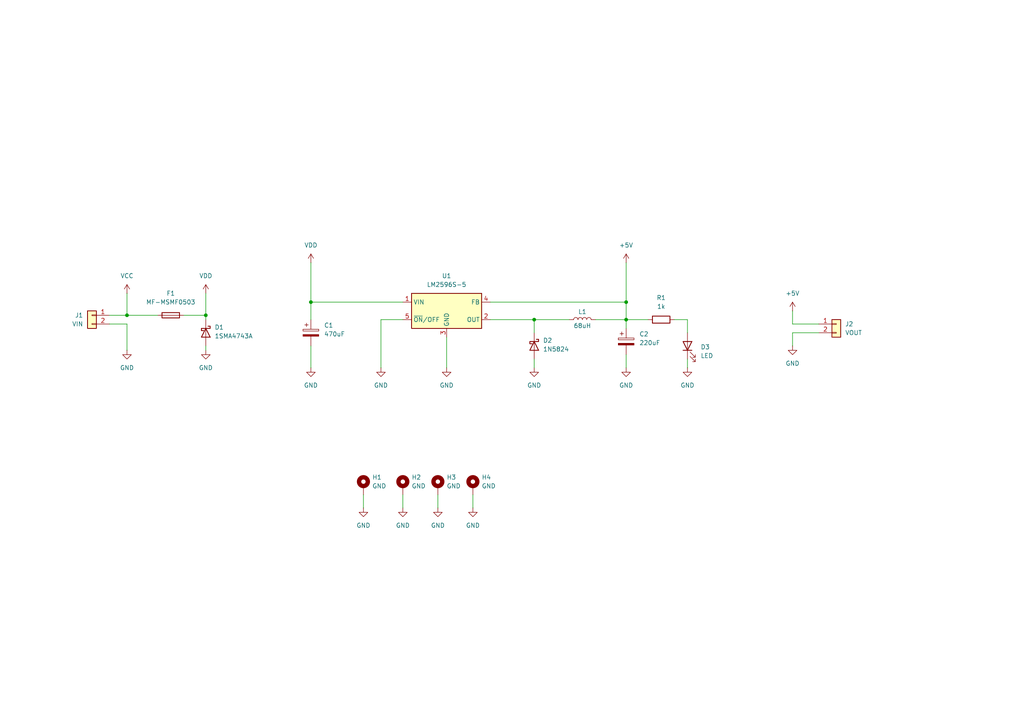
<source format=kicad_sch>
(kicad_sch (version 20250114) (generator "eeschema") (generator_version "9.0")
  (paper "A4")
  (lib_symbols
    (symbol "Connector_Generic:Conn_01x02" (pin_names (offset 1.016) (hide yes))
      (property "Reference" "J" (at 0 2.54 0))
      (property "Value" "Conn_01x02" (at 0 -5.08 0))
      (symbol "Conn_01x02_1_1"
        (rectangle (start -1.27 1.27) (end 1.27 -3.81) (stroke (width 0.254)) (fill (type background)))
        (rectangle (start -1.27 0.127) (end 0 -0.127) (stroke (width 0.1524)))
        (rectangle (start -1.27 -2.413) (end 0 -2.667) (stroke (width 0.1524)))
        (pin passive line (at -5.08 0 0) (length 3.81) (name "Pin_1") (number "1"))
        (pin passive line (at -5.08 -2.54 0) (length 3.81) (name "Pin_2") (number "2"))
      )
    )
    (symbol "Device:C_Polarized" (pin_numbers (hide yes)) (pin_names (offset 0.254))
      (property "Reference" "C" (at 0.635 2.54 0))
      (property "Value" "C_Polarized" (at 0.635 -2.54 0))
      (symbol "C_Polarized_0_1"
        (rectangle (start -2.286 0.508) (end 2.286 1.016))
        (polyline (pts (xy -1.778 2.286) (xy -0.762 2.286)))
        (polyline (pts (xy -1.27 2.794) (xy -1.27 1.778)))
        (rectangle (start 2.286 -0.508) (end -2.286 -1.016) (fill (type outline)))
      )
      (symbol "C_Polarized_1_1"
        (pin passive line (at 0 3.81 270) (length 2.794) (name "~") (number "1"))
        (pin passive line (at 0 -3.81 90) (length 2.794) (name "~") (number "2"))
      )
    )
    (symbol "Device:D_Schottky" (pin_numbers (hide yes)) (pin_names (offset 1.016) (hide yes))
      (property "Reference" "D" (at 0 2.54 0))
      (property "Value" "D_Schottky" (at 0 -2.54 0))
      (symbol "D_Schottky_0_1"
        (polyline (pts (xy -1.905 0.635) (xy -1.905 1.27) (xy -1.27 1.27) (xy -1.27 -1.27) (xy -0.635 -1.27) (xy -0.635 -0.635)) (stroke (width 0.254)))
        (polyline (pts (xy 1.27 1.27) (xy 1.27 -1.27) (xy -1.27 0) (xy 1.27 1.27)) (stroke (width 0.254)))
        (polyline (pts (xy 1.27 0) (xy -1.27 0)))
      )
      (symbol "D_Schottky_1_1"
        (pin passive line (at -3.81 0 0) (length 2.54) (name "K") (number "1"))
        (pin passive line (at 3.81 0 180) (length 2.54) (name "A") (number "2"))
      )
    )
    (symbol "Device:Fuse" (pin_numbers (hide yes)) (pin_names (offset 0))
      (property "Reference" "F" (at 2.032 0 90))
      (property "Value" "Fuse" (at -1.905 0 90))
      (symbol "Fuse_0_1"
        (rectangle (start -0.762 -2.54) (end 0.762 2.54) (stroke (width 0.254)))
        (polyline (pts (xy 0 2.54) (xy 0 -2.54)))
      )
      (symbol "Fuse_1_1"
        (pin passive line (at 0 3.81 270) (length 1.27) (name "~") (number "1"))
        (pin passive line (at 0 -3.81 90) (length 1.27) (name "~") (number "2"))
      )
    )
    (symbol "Device:L" (pin_numbers (hide yes)) (pin_names (offset 1.016) (hide yes))
      (property "Reference" "L" (at -1.27 0 90))
      (property "Value" "L" (at 1.905 0 90))
      (symbol "L_0_1"
        (arc (start 0 2.54) (mid 0.6323 1.905) (end 0 1.27))
        (arc (start 0 1.27) (mid 0.6323 0.635) (end 0 0))
        (arc (start 0 0) (mid 0.6323 -0.635) (end 0 -1.27))
        (arc (start 0 -1.27) (mid 0.6323 -1.905) (end 0 -2.54))
      )
      (symbol "L_1_1"
        (pin passive line (at 0 3.81 270) (length 1.27) (name "1") (number "1"))
        (pin passive line (at 0 -3.81 90) (length 1.27) (name "2") (number "2"))
      )
    )
    (symbol "Device:LED" (pin_numbers (hide yes)) (pin_names (offset 1.016) (hide yes))
      (property "Reference" "D" (at 0 2.54 0))
      (property "Value" "LED" (at 0 -2.54 0))
      (symbol "LED_0_1"
        (polyline (pts (xy -3.048 -0.762) (xy -4.572 -2.286) (xy -3.81 -2.286) (xy -4.572 -2.286) (xy -4.572 -1.524)))
        (polyline (pts (xy -1.778 -0.762) (xy -3.302 -2.286) (xy -2.54 -2.286) (xy -3.302 -2.286) (xy -3.302 -1.524)))
        (polyline (pts (xy -1.27 0) (xy 1.27 0)))
        (polyline (pts (xy -1.27 -1.27) (xy -1.27 1.27)) (stroke (width 0.254)))
        (polyline (pts (xy 1.27 -1.27) (xy 1.27 1.27) (xy -1.27 0) (xy 1.27 -1.27)) (stroke (width 0.254)))
      )
      (symbol "LED_1_1"
        (pin passive line (at -3.81 0 0) (length 2.54) (name "K") (number "1"))
        (pin passive line (at 3.81 0 180) (length 2.54) (name "A") (number "2"))
      )
    )
    (symbol "Device:R" (pin_numbers (hide yes)) (pin_names (offset 0))
      (property "Reference" "R" (at 2.032 0 90))
      (property "Value" "R" (at 0 0 90))
      (symbol "R_0_1"
        (rectangle (start -1.016 -2.54) (end 1.016 2.54) (stroke (width 0.254)))
      )
      (symbol "R_1_1"
        (pin passive line (at 0 3.81 270) (length 1.27) (name "~") (number "1"))
        (pin passive line (at 0 -3.81 90) (length 1.27) (name "~") (number "2"))
      )
    )
    (symbol "Mechanical:MountingHole_Pad" (pin_numbers (hide yes)) (pin_names (offset 1.016) (hide yes)) (in_bom no)
      (property "Reference" "H" (at 0 6.35 0))
      (property "Value" "MountingHole_Pad" (at 0 4.445 0))
      (symbol "MountingHole_Pad_0_1"
        (circle (center 0 1.27) (radius 1.27) (stroke (width 1.27)))
      )
      (symbol "MountingHole_Pad_1_1"
        (pin input line (at 0 -2.54 90) (length 2.54) (name "1") (number "1"))
      )
    )
    (symbol "Regulator_Switching:LM2596S-5"
      (property "Reference" "U" (at -10.16 6.35 0))
      (property "Value" "LM2596S-5" (at 0 6.35 0))
      (symbol "LM2596S-5_0_1"
        (rectangle (start -10.16 5.08) (end 10.16 -5.08) (stroke (width 0.254)) (fill (type background)))
      )
      (symbol "LM2596S-5_1_1"
        (pin power_in line (at -12.7 2.54 0) (length 2.54) (name "VIN") (number "1"))
        (pin input line (at -12.7 -2.54 0) (length 2.54) (name "~{ON}/OFF") (number "5"))
        (pin power_in line (at 0 -7.62 90) (length 2.54) (name "GND") (number "3"))
        (pin input line (at 12.7 2.54 180) (length 2.54) (name "FB") (number "4"))
        (pin output line (at 12.7 -2.54 180) (length 2.54) (name "OUT") (number "2"))
      )
    )
    (symbol "power:GND" (power) (pin_numbers (hide yes)) (pin_names (offset 0) (hide yes))
      (property "Value" "GND" (at 0 -3.81 0))
      (symbol "GND_0_1"
        (polyline (pts (xy 0 0) (xy 0 -1.27) (xy 1.27 -1.27) (xy 0 -2.54) (xy -1.27 -1.27) (xy 0 -1.27)))
      )
      (symbol "GND_1_1"
        (pin power_in line (at 0 0 270) (length 0) (name "~") (number "1"))
      )
    )
    (symbol "power:VCC" (power) (pin_numbers (hide yes)) (pin_names (offset 0) (hide yes))
      (property "Value" "VCC" (at 0 3.556 0))
      (symbol "VCC_0_1"
        (polyline (pts (xy -0.762 1.27) (xy 0 2.54)))
        (polyline (pts (xy 0 2.54) (xy 0.762 1.27)))
        (polyline (pts (xy 0 0) (xy 0 2.54)))
      )
      (symbol "VCC_1_1"
        (pin power_in line (at 0 0 90) (length 0) (name "~") (number "1"))
      )
    )
  )
  (junction (at 59.69 91.44))
  (junction (at 154.94 92.71))
  (junction (at 181.61 92.71))
  (junction (at 181.61 87.63))
  (junction (at 36.83 91.44))
  (junction (at 90.17 87.63))
  (wire (pts (xy 181.61 87.63) (xy 181.61 92.71)))
  (wire (pts (xy 181.61 92.71) (xy 172.72 92.71)))
  (wire (pts (xy 110.49 92.71) (xy 110.49 106.68)))
  (wire (pts (xy 59.69 91.44) (xy 53.34 91.44)))
  (wire (pts (xy 116.84 87.63) (xy 90.17 87.63)))
  (wire (pts (xy 142.24 92.71) (xy 154.94 92.71)))
  (wire (pts (xy 36.83 93.98) (xy 31.75 93.98)))
  (wire (pts (xy 116.84 147.32) (xy 116.84 143.51)))
  (wire (pts (xy 199.39 106.68) (xy 199.39 104.14)))
  (wire (pts (xy 237.49 93.98) (xy 229.87 93.98)))
  (wire (pts (xy 154.94 106.68) (xy 154.94 104.14)))
  (wire (pts (xy 154.94 92.71) (xy 154.94 96.52)))
  (wire (pts (xy 181.61 92.71) (xy 187.96 92.71)))
  (wire (pts (xy 142.24 87.63) (xy 181.61 87.63)))
  (wire (pts (xy 45.72 91.44) (xy 36.83 91.44)))
  (wire (pts (xy 36.83 91.44) (xy 36.83 85.09)))
  (wire (pts (xy 229.87 93.98) (xy 229.87 90.17)))
  (wire (pts (xy 165.1 92.71) (xy 154.94 92.71)))
  (wire (pts (xy 127 147.32) (xy 127 143.51)))
  (wire (pts (xy 90.17 76.2) (xy 90.17 87.63)))
  (wire (pts (xy 181.61 106.68) (xy 181.61 102.87)))
  (wire (pts (xy 195.58 92.71) (xy 199.39 92.71)))
  (wire (pts (xy 129.54 106.68) (xy 129.54 97.79)))
  (wire (pts (xy 59.69 92.71) (xy 59.69 91.44)))
  (wire (pts (xy 36.83 101.6) (xy 36.83 93.98)))
  (wire (pts (xy 105.41 147.32) (xy 105.41 143.51)))
  (wire (pts (xy 181.61 76.2) (xy 181.61 87.63)))
  (wire (pts (xy 31.75 91.44) (xy 36.83 91.44)))
  (wire (pts (xy 90.17 87.63) (xy 90.17 92.71)))
  (wire (pts (xy 59.69 101.6) (xy 59.69 100.33)))
  (wire (pts (xy 116.84 92.71) (xy 110.49 92.71)))
  (wire (pts (xy 229.87 96.52) (xy 237.49 96.52)))
  (wire (pts (xy 229.87 100.33) (xy 229.87 96.52)))
  (wire (pts (xy 181.61 92.71) (xy 181.61 95.25)))
  (wire (pts (xy 199.39 92.71) (xy 199.39 96.52)))
  (wire (pts (xy 90.17 106.68) (xy 90.17 100.33)))
  (wire (pts (xy 137.16 147.32) (xy 137.16 143.51)))
  (wire (pts (xy 59.69 85.09) (xy 59.69 91.44)))
  (symbol (lib_id "Device:D_Schottky") (at 59.69 96.52 270) (unit 1)
    (property "Reference" "D1" (at 62.23 94.9324 90) (effects (justify left)))
    (property "Value" "1SMA4743A" (at 62.23 97.4724 90) (effects (justify left)))
    (property "Footprint" "Diode_SMD:D_SMA" (effects (hide yes)))
    (property "Description" "Schottky diode" (effects (hide yes)))
  )
  (symbol (lib_id "power:GND") (at 129.54 106.68 0) (unit 1)
    (property "Reference" "#PWR011" (effects (hide yes)))
    (property "Value" "GND" (at 129.54 111.76 0))
    (property "Description" "Power symbol creates a global label with name \"GND\" , ground" (effects (hide yes)))
  )
  (symbol (lib_id "power:GND") (at 137.16 147.32 0) (unit 1)
    (property "Reference" "#PWR012" (effects (hide yes)))
    (property "Value" "GND" (at 137.16 152.4 0))
    (property "Description" "Power symbol creates a global label with name \"GND\" , ground" (effects (hide yes)))
  )
  (symbol (lib_id "Mechanical:MountingHole_Pad") (at 116.84 140.97 0) (unit 1) (in_bom no)
    (property "Reference" "H2" (at 119.38 138.4299 0) (effects (justify left)))
    (property "Value" "GND" (at 119.38 140.9699 0) (effects (justify left)))
    (property "Footprint" "MountingHole:MountingHole_2.2mm_M2_Pad_Via" (effects (hide yes)))
    (property "Description" "Mounting Hole with connection" (effects (hide yes)))
  )
  (symbol (lib_id "power:GND") (at 110.49 106.68 0) (unit 1)
    (property "Reference" "#PWR08" (effects (hide yes)))
    (property "Value" "GND" (at 110.49 111.76 0))
    (property "Description" "Power symbol creates a global label with name \"GND\" , ground" (effects (hide yes)))
  )
  (symbol (lib_id "power:GND") (at 127 147.32 0) (unit 1)
    (property "Reference" "#PWR010" (effects (hide yes)))
    (property "Value" "GND" (at 127 152.4 0))
    (property "Description" "Power symbol creates a global label with name \"GND\" , ground" (effects (hide yes)))
  )
  (symbol (lib_id "Mechanical:MountingHole_Pad") (at 105.41 140.97 0) (unit 1) (in_bom no)
    (property "Reference" "H1" (at 107.95 138.4299 0) (effects (justify left)))
    (property "Value" "GND" (at 107.95 140.9699 0) (effects (justify left)))
    (property "Footprint" "MountingHole:MountingHole_2.2mm_M2_Pad_Via" (effects (hide yes)))
    (property "Description" "Mounting Hole with connection" (effects (hide yes)))
  )
  (symbol (lib_id "Regulator_Switching:LM2596S-5") (at 129.54 90.17 0) (unit 1)
    (property "Reference" "U1" (at 129.54 80.01 0))
    (property "Value" "LM2596S-5" (at 129.54 82.55 0))
    (property "Footprint" "Package_TO_SOT_SMD:TO-263-5_TabPin3" (effects (hide yes)))
    (property "Datasheet" "http://www.ti.com/lit/ds/symlink/lm2596.pdf" (effects (hide yes)))
    (property "Description" "5V 3A Step-Down Voltage Regulator, TO-263" (effects (hide yes)))
  )
  (symbol (lib_id "power:VCC") (at 90.17 76.2 0) (mirror y) (unit 1)
    (property "Reference" "#PWR05" (effects (hide yes)))
    (property "Value" "VDD" (at 90.17 71.12 0))
    (property "Description" "Power symbol creates a global label with name \"VCC\"" (effects (hide yes)))
  )
  (symbol (lib_id "Device:LED") (at 199.39 100.33 90) (unit 1)
    (property "Reference" "D3" (at 203.2 100.6474 90) (effects (justify right)))
    (property "Value" "LED" (at 203.2 103.1874 90) (effects (justify right)))
    (property "Footprint" "LED_SMD:LED_0805_2012Metric" (effects (hide yes)))
    (property "Description" "Light emitting diode" (effects (hide yes)))
    (property "Sim.Pins" "1=K 2=A" (effects (hide yes)))
  )
  (symbol (lib_id "power:VCC") (at 36.83 85.09 0) (mirror y) (unit 1)
    (property "Reference" "#PWR01" (effects (hide yes)))
    (property "Value" "VCC" (at 36.83 80.01 0))
    (property "Description" "Power symbol creates a global label with name \"VCC\"" (effects (hide yes)))
  )
  (symbol (lib_id "Device:C_Polarized") (at 181.61 99.06 0) (unit 1)
    (property "Reference" "C2" (at 185.42 96.9009 0) (effects (justify left)))
    (property "Value" "220uF" (at 185.42 99.4409 0) (effects (justify left)))
    (property "Footprint" "Capacitor_SMD:CP_Elec_8x10" (effects (hide yes)))
    (property "Description" "Polarized capacitor" (effects (hide yes)))
  )
  (symbol (lib_id "power:VCC") (at 181.61 76.2 0) (unit 1)
    (property "Reference" "#PWR014" (effects (hide yes)))
    (property "Value" "+5V" (at 181.61 71.12 0))
    (property "Description" "Power symbol creates a global label with name \"VCC\"" (effects (hide yes)))
  )
  (symbol (lib_id "power:GND") (at 199.39 106.68 0) (unit 1)
    (property "Reference" "#PWR016" (effects (hide yes)))
    (property "Value" "GND" (at 199.39 111.76 0))
    (property "Description" "Power symbol creates a global label with name \"GND\" , ground" (effects (hide yes)))
  )
  (symbol (lib_id "power:GND") (at 181.61 106.68 0) (unit 1)
    (property "Reference" "#PWR015" (effects (hide yes)))
    (property "Value" "GND" (at 181.61 111.76 0))
    (property "Description" "Power symbol creates a global label with name \"GND\" , ground" (effects (hide yes)))
  )
  (symbol (lib_id "Device:D_Schottky") (at 154.94 100.33 270) (unit 1)
    (property "Reference" "D2" (at 157.48 98.7424 90) (effects (justify left)))
    (property "Value" "1N5824" (at 157.48 101.2824 90) (effects (justify left)))
    (property "Footprint" "Diode_SMD:D_SMC" (effects (hide yes)))
    (property "Description" "Schottky diode" (effects (hide yes)))
  )
  (symbol (lib_id "Device:L") (at 168.91 92.71 90) (unit 1)
    (property "Reference" "L1" (at 168.91 90.424 90))
    (property "Value" "68uH" (at 168.91 94.488 90))
    (property "Footprint" "Inductor_SMD:L_Sunlord_MWSA1005S" (effects (hide yes)))
    (property "Description" "Inductor" (effects (hide yes)))
  )
  (symbol (lib_id "power:GND") (at 90.17 106.68 0) (unit 1)
    (property "Reference" "#PWR06" (effects (hide yes)))
    (property "Value" "GND" (at 90.17 111.76 0))
    (property "Description" "Power symbol creates a global label with name \"GND\" , ground" (effects (hide yes)))
  )
  (symbol (lib_id "Device:C_Polarized") (at 90.17 96.52 0) (unit 1)
    (property "Reference" "C1" (at 93.98 94.3609 0) (effects (justify left)))
    (property "Value" "470uF" (at 93.98 96.9009 0) (effects (justify left)))
    (property "Footprint" "Capacitor_SMD:CP_Elec_10x10.5" (effects (hide yes)))
    (property "Description" "Polarized capacitor" (effects (hide yes)))
  )
  (symbol (lib_id "power:VCC") (at 229.87 90.17 0) (unit 1)
    (property "Reference" "#PWR017" (effects (hide yes)))
    (property "Value" "+5V" (at 229.87 85.09 0))
    (property "Description" "Power symbol creates a global label with name \"VCC\"" (effects (hide yes)))
  )
  (symbol (lib_id "power:GND") (at 36.83 101.6 0) (mirror y) (unit 1)
    (property "Reference" "#PWR02" (effects (hide yes)))
    (property "Value" "GND" (at 36.83 106.68 0))
    (property "Description" "Power symbol creates a global label with name \"GND\" , ground" (effects (hide yes)))
  )
  (symbol (lib_id "Connector_Generic:Conn_01x02") (at 242.57 93.98 0) (unit 1)
    (property "Reference" "J2" (at 245.11 93.9799 0) (effects (justify left)))
    (property "Value" "VOUT" (at 245.11 96.5199 0) (effects (justify left)))
    (property "Footprint" "TerminalBlock_Phoenix:TerminalBlock_Phoenix_MKDS-1,5-2-5.08_1x02_P5.08mm_Horizontal" (effects (hide yes)))
    (property "Description" "Generic connector, single row, 01x02, script generated (kicad-library-utils/schlib/autogen/connector/)" (effects (hide yes)))
  )
  (symbol (lib_id "Connector_Generic:Conn_01x02") (at 26.67 91.44 0) (mirror y) (unit 1)
    (property "Reference" "J1" (at 24.13 91.4399 0) (effects (justify left)))
    (property "Value" "VIN" (at 24.13 93.9799 0) (effects (justify left)))
    (property "Footprint" "TerminalBlock_Phoenix:TerminalBlock_Phoenix_MKDS-1,5-2-5.08_1x02_P5.08mm_Horizontal" (effects (hide yes)))
    (property "Description" "Generic connector, single row, 01x02, script generated (kicad-library-utils/schlib/autogen/connector/)" (effects (hide yes)))
  )
  (symbol (lib_id "power:GND") (at 59.69 101.6 0) (mirror y) (unit 1)
    (property "Reference" "#PWR04" (effects (hide yes)))
    (property "Value" "GND" (at 59.69 106.68 0))
    (property "Description" "Power symbol creates a global label with name \"GND\" , ground" (effects (hide yes)))
  )
  (symbol (lib_id "Mechanical:MountingHole_Pad") (at 137.16 140.97 0) (unit 1) (in_bom no)
    (property "Reference" "H4" (at 139.7 138.4299 0) (effects (justify left)))
    (property "Value" "GND" (at 139.7 140.9699 0) (effects (justify left)))
    (property "Footprint" "MountingHole:MountingHole_2.2mm_M2_Pad_Via" (effects (hide yes)))
    (property "Description" "Mounting Hole with connection" (effects (hide yes)))
  )
  (symbol (lib_id "Mechanical:MountingHole_Pad") (at 127 140.97 0) (unit 1) (in_bom no)
    (property "Reference" "H3" (at 129.54 138.4299 0) (effects (justify left)))
    (property "Value" "GND" (at 129.54 140.9699 0) (effects (justify left)))
    (property "Footprint" "MountingHole:MountingHole_2.2mm_M2_Pad_Via" (effects (hide yes)))
    (property "Description" "Mounting Hole with connection" (effects (hide yes)))
  )
  (symbol (lib_id "Device:R") (at 191.77 92.71 90) (unit 1)
    (property "Reference" "R1" (at 191.77 86.36 90))
    (property "Value" "1k" (at 191.77 88.9 90))
    (property "Footprint" "Resistor_SMD:R_0805_2012Metric" (effects (hide yes)))
    (property "Description" "Resistor" (effects (hide yes)))
  )
  (symbol (lib_id "Device:Fuse") (at 49.53 91.44 90) (unit 1)
    (property "Reference" "F1" (at 49.53 85.09 90))
    (property "Value" "MF-MSMF0503" (at 49.53 87.63 90))
    (property "Footprint" "Fuse:Fuse_0603_1608Metric" (effects (hide yes)))
    (property "Description" "Fuse" (effects (hide yes)))
  )
  (symbol (lib_id "power:GND") (at 116.84 147.32 0) (unit 1)
    (property "Reference" "#PWR09" (effects (hide yes)))
    (property "Value" "GND" (at 116.84 152.4 0))
    (property "Description" "Power symbol creates a global label with name \"GND\" , ground" (effects (hide yes)))
  )
  (symbol (lib_id "power:GND") (at 105.41 147.32 0) (unit 1)
    (property "Reference" "#PWR07" (effects (hide yes)))
    (property "Value" "GND" (at 105.41 152.4 0))
    (property "Description" "Power symbol creates a global label with name \"GND\" , ground" (effects (hide yes)))
  )
  (symbol (lib_id "power:GND") (at 154.94 106.68 0) (unit 1)
    (property "Reference" "#PWR013" (effects (hide yes)))
    (property "Value" "GND" (at 154.94 111.76 0))
    (property "Description" "Power symbol creates a global label with name \"GND\" , ground" (effects (hide yes)))
  )
  (symbol (lib_id "power:GND") (at 229.87 100.33 0) (unit 1)
    (property "Reference" "#PWR018" (effects (hide yes)))
    (property "Value" "GND" (at 229.87 105.41 0))
    (property "Description" "Power symbol creates a global label with name \"GND\" , ground" (effects (hide yes)))
  )
  (symbol (lib_id "power:VCC") (at 59.69 85.09 0) (mirror y) (unit 1)
    (property "Reference" "#PWR03" (effects (hide yes)))
    (property "Value" "VDD" (at 59.69 80.01 0))
    (property "Description" "Power symbol creates a global label with name \"VCC\"" (effects (hide yes)))
  )
)
</source>
